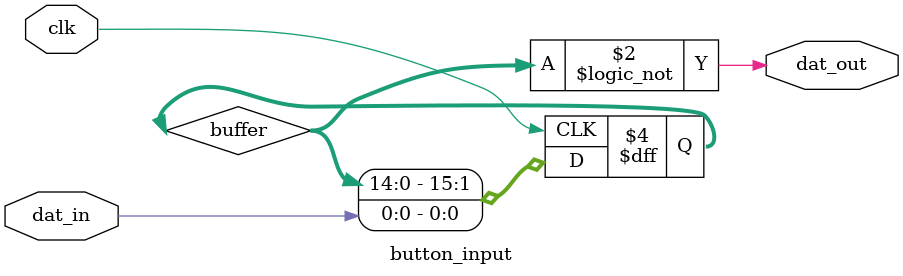
<source format=v>
/** 
	button_input.v 
	
	removes chattering from dat_in with 16 bit shift register, and negates the value
**/

module button_input
(
	input 	clk,
	input 	dat_in,
	output  dat_out
);

reg [15:0] buffer = 16'hFFFF;

always @(posedge clk) begin
	buffer = { buffer[14:0], dat_in };
end
assign dat_out = (buffer == 16'h0000);

endmodule
</source>
